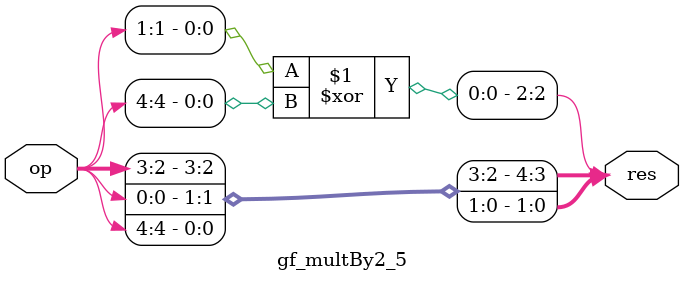
<source format=v>
module gf_multBy2_5(op, res);

// -------------------------------------------------------------------------- //
// ------------- Triple Modular Redundancy Generator Directives ------------- //
// -------------------------------------------------------------------------- //
// tmrg do_not_touch
// -------------------------------------------------------------------------- //

	input      [4:0] op;
	output     [4:0] res;

	assign res[0] = op[4];
	assign res[1] = op[0];
	assign res[2] = op[1] ^ op[4];
	assign res[3] = op[2];
	assign res[4] = op[3];

endmodule

</source>
